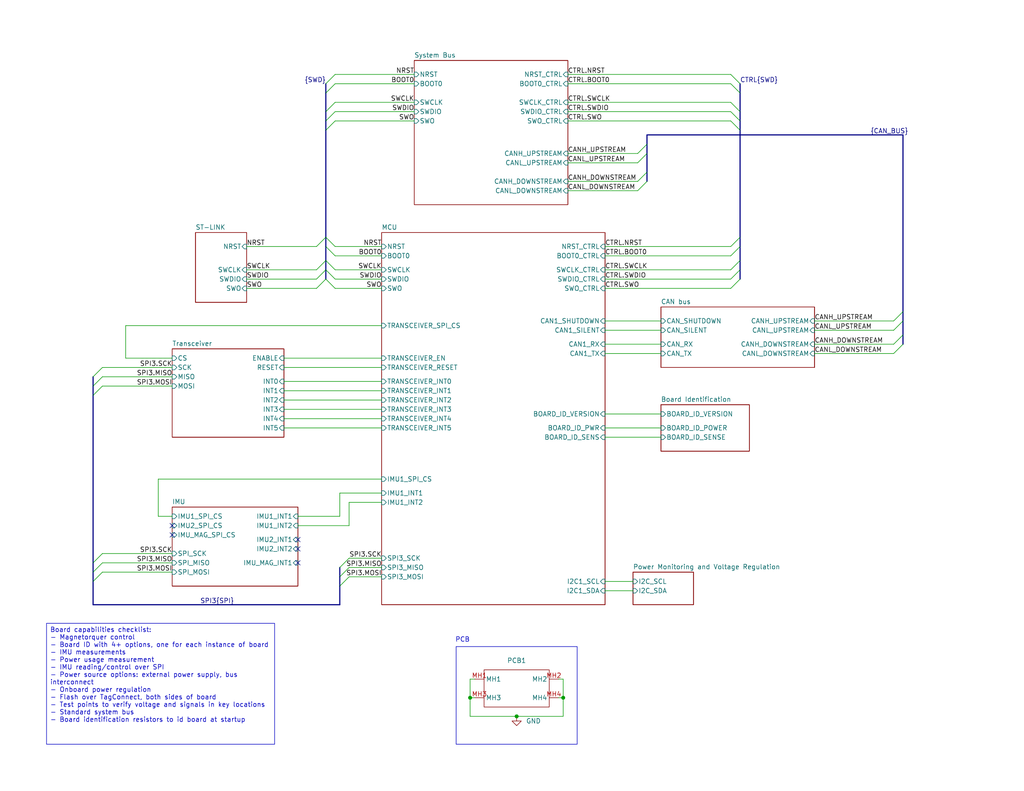
<source format=kicad_sch>
(kicad_sch (version 20231120) (generator "eeschema") (generator_version "8.0")
  (paper "USLetter")
  (title_block (title "Comms Board") (date "2025-02-12") (rev "${PCB_VERSION}") (company "TVSC"))
  (lib_symbols
    (symbol "TVSC:Four_Mounting_Hole_PCB" (in_bom no)
      (property "Reference" "PCB" (at 0 0 0))
      (symbol "Four_Mounting_Hole_PCB_0_1"
        (rectangle (start -8.89 5.08) (end 8.89 -5.08))
      )
      (symbol "Four_Mounting_Hole_PCB_1_1"
        (pin power_in line (at -11.43 2.54 0) (length 2.54) (name "MH1") (number "MH1"))
        (pin power_in line (at 11.43 2.54 180) (length 2.54) (name "MH2") (number "MH2"))
        (pin power_in line (at -11.43 -2.54 0) (length 2.54) (name "MH3") (number "MH3"))
        (pin power_in line (at 11.43 -2.54 180) (length 2.54) (name "MH4") (number "MH4"))
      )
    )
    (symbol "power:GND" (power) (pin_numbers hide) (pin_names (offset 0) hide)
      (property "Value" "GND" (at 0 -3.81 0))
      (symbol "GND_0_1"
        (polyline (pts (xy 0 0) (xy 0 -1.27) (xy 1.27 -1.27) (xy 0 -2.54) (xy -1.27 -1.27) (xy 0 -1.27)))
      )
      (symbol "GND_1_1"
        (pin power_in line (at 0 0 270) (length 0) (name "~") (number "1"))
      )
    )
  )
  (bus_alias "BOARD_ID" (members "POWER" "SENSE"))
  (bus_alias "CAN_BUS" (members "CANH_UPSTREAM" "CANL_UPSTREAM" "CANH_DOWNSTREAM" "CANL_DOWNSTREAM"))
  (bus_alias "I2C" (members "SCL" "SDA"))
  (bus_alias "SPI" (members "SCK" "MISO" "MOSI"))
  (bus_alias "SWD" (members "NRST" "BOOT0" "SWCLK" "SWDIO" "SWO"))
  (junction (at 128.27 190.5))
  (junction (at 140.97 195.58))
  (junction (at 153.67 190.5))
  (no_connect (at 81.28 149.86))
  (no_connect (at 46.99 143.51))
  (no_connect (at 46.99 146.05))
  (no_connect (at 81.28 147.32))
  (no_connect (at 81.28 153.67))
  (bus_entry (at 88.9 76.2) (size 2.54 2.54))
  (bus_entry (at 25.4 153.67) (size 2.54 -2.54))
  (bus_entry (at 176.53 41.91) (size -2.54 2.54))
  (bus_entry (at 201.93 25.4) (size -2.54 -2.54))
  (bus_entry (at 88.9 30.48) (size 2.54 -2.54))
  (bus_entry (at 25.4 156.21) (size 2.54 -2.54))
  (bus_entry (at 201.93 30.48) (size -2.54 -2.54))
  (bus_entry (at 88.9 64.77) (size -2.54 2.54))
  (bus_entry (at 201.93 33.02) (size -2.54 -2.54))
  (bus_entry (at 88.9 33.02) (size 2.54 -2.54))
  (bus_entry (at 88.9 22.86) (size 2.54 -2.54))
  (bus_entry (at 201.93 73.66) (size -2.54 2.54))
  (bus_entry (at 92.71 157.48) (size 2.54 -2.54))
  (bus_entry (at 25.4 102.87) (size 2.54 -2.54))
  (bus_entry (at 92.71 154.94) (size 2.54 -2.54))
  (bus_entry (at 246.38 85.09) (size -2.54 2.54))
  (bus_entry (at 25.4 105.41) (size 2.54 -2.54))
  (bus_entry (at 88.9 71.12) (size -2.54 2.54))
  (bus_entry (at 201.93 35.56) (size -2.54 -2.54))
  (bus_entry (at 88.9 64.77) (size 2.54 2.54))
  (bus_entry (at 88.9 71.12) (size 2.54 2.54))
  (bus_entry (at 201.93 64.77) (size -2.54 2.54))
  (bus_entry (at 92.71 160.02) (size 2.54 -2.54))
  (bus_entry (at 201.93 22.86) (size -2.54 -2.54))
  (bus_entry (at 88.9 73.66) (size 2.54 2.54))
  (bus_entry (at 176.53 49.53) (size -2.54 2.54))
  (bus_entry (at 88.9 35.56) (size 2.54 -2.54))
  (bus_entry (at 176.53 39.37) (size -2.54 2.54))
  (bus_entry (at 176.53 46.99) (size -2.54 2.54))
  (bus_entry (at 201.93 71.12) (size -2.54 2.54))
  (bus_entry (at 88.9 67.31) (size 2.54 2.54))
  (bus_entry (at 88.9 25.4) (size 2.54 -2.54))
  (bus_entry (at 201.93 76.2) (size -2.54 2.54))
  (bus_entry (at 88.9 73.66) (size -2.54 2.54))
  (bus_entry (at 201.93 67.31) (size -2.54 2.54))
  (bus_entry (at 246.38 93.98) (size -2.54 2.54))
  (bus_entry (at 25.4 158.75) (size 2.54 -2.54))
  (bus_entry (at 88.9 76.2) (size -2.54 2.54))
  (bus_entry (at 25.4 107.95) (size 2.54 -2.54))
  (bus_entry (at 246.38 87.63) (size -2.54 2.54))
  (bus_entry (at 246.38 91.44) (size -2.54 2.54))
  (wire (pts (xy 243.84 90.17) (xy 222.25 90.17)))
  (bus (pts (xy 201.93 73.66) (xy 201.93 76.2)))
  (bus (pts (xy 246.38 91.44) (xy 246.38 93.98)))
  (bus (pts (xy 176.53 39.37) (xy 176.53 36.83)))
  (wire (pts (xy 140.97 195.58) (xy 153.67 195.58)))
  (wire (pts (xy 81.28 143.51) (xy 95.25 143.51)))
  (bus (pts (xy 25.4 158.75) (xy 25.4 165.1)))
  (wire (pts (xy 128.27 195.58) (xy 140.97 195.58)))
  (wire (pts (xy 165.1 78.74) (xy 199.39 78.74)))
  (wire (pts (xy 165.1 69.85) (xy 199.39 69.85)))
  (wire (pts (xy 91.44 27.94) (xy 113.03 27.94)))
  (wire (pts (xy 222.25 96.52) (xy 243.84 96.52)))
  (bus (pts (xy 201.93 71.12) (xy 201.93 73.66)))
  (wire (pts (xy 153.67 190.5) (xy 152.4 190.5)))
  (wire (pts (xy 128.27 185.42) (xy 128.27 190.5)))
  (wire (pts (xy 154.94 49.53) (xy 173.99 49.53)))
  (bus (pts (xy 25.4 153.67) (xy 25.4 156.21)))
  (wire (pts (xy 77.47 116.84) (xy 104.14 116.84)))
  (wire (pts (xy 95.25 143.51) (xy 95.25 137.16)))
  (wire (pts (xy 165.1 90.17) (xy 180.34 90.17)))
  (wire (pts (xy 154.94 33.02) (xy 199.39 33.02)))
  (bus (pts (xy 25.4 107.95) (xy 25.4 153.67)))
  (wire (pts (xy 27.94 100.33) (xy 46.99 100.33)))
  (wire (pts (xy 165.1 96.52) (xy 180.34 96.52)))
  (bus (pts (xy 201.93 64.77) (xy 201.93 67.31)))
  (wire (pts (xy 86.36 78.74) (xy 67.31 78.74)))
  (wire (pts (xy 86.36 67.31) (xy 67.31 67.31)))
  (wire (pts (xy 180.34 113.03) (xy 165.1 113.03)))
  (wire (pts (xy 27.94 151.13) (xy 46.99 151.13)))
  (bus (pts (xy 25.4 156.21) (xy 25.4 158.75)))
  (bus (pts (xy 88.9 71.12) (xy 88.9 73.66)))
  (wire (pts (xy 154.94 27.94) (xy 199.39 27.94)))
  (bus (pts (xy 25.4 102.87) (xy 25.4 105.41)))
  (wire (pts (xy 77.47 97.79) (xy 104.14 97.79)))
  (bus (pts (xy 88.9 25.4) (xy 88.9 30.48)))
  (wire (pts (xy 128.27 190.5) (xy 129.54 190.5)))
  (wire (pts (xy 34.29 97.79) (xy 46.99 97.79)))
  (wire (pts (xy 199.39 22.86) (xy 154.94 22.86)))
  (wire (pts (xy 77.47 104.14) (xy 104.14 104.14)))
  (bus (pts (xy 176.53 49.53) (xy 176.53 46.99)))
  (wire (pts (xy 154.94 20.32) (xy 199.39 20.32)))
  (wire (pts (xy 180.34 119.38) (xy 165.1 119.38)))
  (wire (pts (xy 92.71 134.62) (xy 104.14 134.62)))
  (wire (pts (xy 91.44 20.32) (xy 113.03 20.32)))
  (wire (pts (xy 27.94 153.67) (xy 46.99 153.67)))
  (wire (pts (xy 91.44 33.02) (xy 113.03 33.02)))
  (wire (pts (xy 43.18 130.81) (xy 104.14 130.81)))
  (wire (pts (xy 128.27 185.42) (xy 129.54 185.42)))
  (bus (pts (xy 88.9 30.48) (xy 88.9 33.02)))
  (wire (pts (xy 154.94 41.91) (xy 173.99 41.91)))
  (bus (pts (xy 246.38 36.83) (xy 246.38 85.09)))
  (wire (pts (xy 180.34 116.84) (xy 165.1 116.84)))
  (wire (pts (xy 91.44 73.66) (xy 104.14 73.66)))
  (bus (pts (xy 92.71 165.1) (xy 25.4 165.1)))
  (wire (pts (xy 67.31 76.2) (xy 86.36 76.2)))
  (wire (pts (xy 165.1 158.75) (xy 172.72 158.75)))
  (wire (pts (xy 81.28 140.97) (xy 92.71 140.97)))
  (bus (pts (xy 88.9 67.31) (xy 88.9 71.12)))
  (bus (pts (xy 201.93 67.31) (xy 201.93 71.12)))
  (wire (pts (xy 165.1 73.66) (xy 199.39 73.66)))
  (bus (pts (xy 25.4 105.41) (xy 25.4 107.95)))
  (wire (pts (xy 154.94 30.48) (xy 199.39 30.48)))
  (wire (pts (xy 165.1 93.98) (xy 180.34 93.98)))
  (wire (pts (xy 77.47 111.76) (xy 104.14 111.76)))
  (bus (pts (xy 176.53 41.91) (xy 176.53 46.99)))
  (bus (pts (xy 88.9 64.77) (xy 88.9 67.31)))
  (wire (pts (xy 91.44 69.85) (xy 104.14 69.85)))
  (bus (pts (xy 92.71 165.1) (xy 92.71 160.02)))
  (bus (pts (xy 176.53 41.91) (xy 176.53 39.37)))
  (wire (pts (xy 128.27 190.5) (xy 128.27 195.58)))
  (wire (pts (xy 91.44 67.31) (xy 104.14 67.31)))
  (wire (pts (xy 222.25 93.98) (xy 243.84 93.98)))
  (wire (pts (xy 95.25 137.16) (xy 104.14 137.16)))
  (bus (pts (xy 201.93 35.56) (xy 201.93 64.77)))
  (wire (pts (xy 222.25 87.63) (xy 243.84 87.63)))
  (bus (pts (xy 88.9 73.66) (xy 88.9 76.2)))
  (wire (pts (xy 46.99 140.97) (xy 43.18 140.97)))
  (wire (pts (xy 153.67 190.5) (xy 153.67 195.58)))
  (wire (pts (xy 165.1 76.2) (xy 199.39 76.2)))
  (wire (pts (xy 34.29 88.9) (xy 34.29 97.79)))
  (bus (pts (xy 88.9 22.86) (xy 88.9 25.4)))
  (wire (pts (xy 27.94 105.41) (xy 46.99 105.41)))
  (wire (pts (xy 173.99 52.07) (xy 154.94 52.07)))
  (wire (pts (xy 95.25 152.4) (xy 104.14 152.4)))
  (wire (pts (xy 27.94 102.87) (xy 46.99 102.87)))
  (wire (pts (xy 91.44 22.86) (xy 113.03 22.86)))
  (wire (pts (xy 34.29 88.9) (xy 104.14 88.9)))
  (wire (pts (xy 95.25 154.94) (xy 104.14 154.94)))
  (bus (pts (xy 176.53 36.83) (xy 246.38 36.83)))
  (wire (pts (xy 92.71 140.97) (xy 92.71 134.62)))
  (wire (pts (xy 27.94 156.21) (xy 46.99 156.21)))
  (wire (pts (xy 77.47 106.68) (xy 104.14 106.68)))
  (wire (pts (xy 153.67 185.42) (xy 152.4 185.42)))
  (wire (pts (xy 67.31 73.66) (xy 86.36 73.66)))
  (wire (pts (xy 43.18 140.97) (xy 43.18 130.81)))
  (wire (pts (xy 91.44 78.74) (xy 104.14 78.74)))
  (wire (pts (xy 165.1 87.63) (xy 180.34 87.63)))
  (wire (pts (xy 154.94 44.45) (xy 173.99 44.45)))
  (bus (pts (xy 201.93 30.48) (xy 201.93 33.02)))
  (bus (pts (xy 92.71 157.48) (xy 92.71 160.02)))
  (bus (pts (xy 201.93 22.86) (xy 201.93 25.4)))
  (wire (pts (xy 77.47 109.22) (xy 104.14 109.22)))
  (wire (pts (xy 77.47 114.3) (xy 104.14 114.3)))
  (wire (pts (xy 91.44 76.2) (xy 104.14 76.2)))
  (wire (pts (xy 91.44 30.48) (xy 113.03 30.48)))
  (wire (pts (xy 153.67 185.42) (xy 153.67 190.5)))
  (wire (pts (xy 95.25 157.48) (xy 104.14 157.48)))
  (bus (pts (xy 88.9 33.02) (xy 88.9 35.56)))
  (bus (pts (xy 201.93 33.02) (xy 201.93 35.56)))
  (bus (pts (xy 201.93 25.4) (xy 201.93 30.48)))
  (wire (pts (xy 77.47 100.33) (xy 104.14 100.33)))
  (wire (pts (xy 165.1 67.31) (xy 199.39 67.31)))
  (bus (pts (xy 246.38 85.09) (xy 246.38 87.63)))
  (bus (pts (xy 92.71 154.94) (xy 92.71 157.48)))
  (bus (pts (xy 88.9 35.56) (xy 88.9 64.77)))
  (bus (pts (xy 246.38 87.63) (xy 246.38 91.44)))
  (wire (pts (xy 165.1 161.29) (xy 172.72 161.29)))
  (rectangle (start 124.46 176.53) (end 157.48 203.2))
  (text_box "Board capabilities checklist:\n- Magnetorquer control\n- Board ID with 4+ options, one for each instance of board\n- IMU measurements\n- Power usage measurement\n- IMU reading/control over SPI\n- Power source options: external power supply, bus interconnect\n- Onboard power regulation\n- Flash over TagConnect, both sides of board\n- Test points to verify voltage and signals in key locations\n- Standard system bus\n- Board identification resistors to id board at startup\n" (at 12.7 170.18 0) (size 62.23 33.02) (effects (font (size 1.27 1.27)) (justify left top)))
  (text "PCB" (at 124.206 175.514 0) (effects (font (size 1.27 1.27)) (justify left bottom)))
  (label "SWDIO" (at 104.14 76.2 180))
  (label "{CAN_BUS}" (at 237.49 36.83 0))
  (label "CTRL{SWD}" (at 201.93 22.86 0))
  (label "SPI3.MOSI" (at 104.14 157.48 180))
  (label "SWO" (at 67.31 78.74 0))
  (label "CTRL.SWDIO" (at 154.94 30.48 0))
  (label "SWO" (at 113.03 33.02 180))
  (label "CANL_UPSTREAM" (at 154.94 44.45 0))
  (label "SWCLK" (at 113.03 27.94 180))
  (label "SPI3{SPI}" (at 54.61 165.1 0))
  (label "NRST" (at 104.14 67.31 180))
  (label "CANH_UPSTREAM" (at 154.94 41.91 0))
  (label "CTRL.NRST" (at 154.94 20.32 0))
  (label "CTRL.SWDIO" (at 165.1 76.2 0))
  (label "{SWD}" (at 88.9 22.86 180))
  (label "CTRL.SWCLK" (at 154.94 27.94 0))
  (label "SPI3.SCK" (at 46.99 100.33 180))
  (label "SPI3.SCK" (at 104.14 152.4 180))
  (label "CANL_UPSTREAM" (at 222.25 90.17 0))
  (label "CANL_DOWNSTREAM" (at 154.94 52.07 0))
  (label "SWCLK" (at 67.31 73.66 0))
  (label "SPI3.MISO" (at 104.14 154.94 180))
  (label "BOOT0" (at 113.03 22.86 180))
  (label "SWO" (at 104.14 78.74 180))
  (label "SWCLK" (at 104.14 73.66 180))
  (label "SPI3.MOSI" (at 46.99 105.41 180))
  (label "SPI3.MISO" (at 46.99 153.67 180))
  (label "CANH_DOWNSTREAM" (at 154.94 49.53 0))
  (label "CTRL.SWCLK" (at 165.1 73.66 0))
  (label "CANH_UPSTREAM" (at 222.25 87.63 0))
  (label "SPI3.SCK" (at 46.99 151.13 180))
  (label "BOOT0" (at 104.14 69.85 180))
  (label "SPI3.MOSI" (at 46.99 156.21 180))
  (label "SPI3.MISO" (at 46.99 102.87 180))
  (label "CTRL.NRST" (at 165.1 67.31 0))
  (label "NRST" (at 113.03 20.32 180))
  (label "CTRL.BOOT0" (at 154.94 22.86 0))
  (label "NRST" (at 67.31 67.31 0))
  (label "SWDIO" (at 113.03 30.48 180))
  (label "CTRL.BOOT0" (at 165.1 69.85 0))
  (label "SWDIO" (at 67.31 76.2 0))
  (label "CANH_DOWNSTREAM" (at 222.25 93.98 0))
  (label "CTRL.SWO" (at 154.94 33.02 0))
  (label "CTRL.SWO" (at 165.1 78.74 0))
  (label "CANL_DOWNSTREAM" (at 222.25 96.52 0))
  (symbol (lib_id "power:GND") (at 140.97 195.58 0) (unit 1)
    (property "Reference" "#PWR9" (effects (hide yes)))
    (property "Value" "GND" (at 143.51 196.85 0) (effects (justify left)))
    (property "Description" "Power symbol creates a global label with name \"GND\" , ground" (effects (hide yes)))
  )
  (symbol (lib_id "TVSC:Four_Mounting_Hole_PCB") (at 140.97 187.96 0) (unit 1) (in_bom no)
    (property "Reference" "PCB1" (at 140.97 180.34 0))
    (property "Footprint" "footprints:Core_Board_Shape_Space_Invader_2" (effects (hide yes)))
    (property "Active" "Y" (effects (hide yes)))
    (property "MPN" "NA" (effects (hide yes)))
  )
  (sheet (at 46.99 95.25) (size 30.48 24.13) (stroke (width 0.1524))
    (property "Sheetname" "Transceiver" (at 46.99 94.5384 0) (effects (justify left bottom)))
    (property "Sheetfile" "transceiver.kicad_sch" (effects (hide yes)))
    (pin "ENABLE" input (at 77.47 97.79 0))
    (pin "RESET" input (at 77.47 100.33 0))
    (pin "MISO" input (at 46.99 102.87 180))
    (pin "CS" input (at 46.99 97.79 180))
    (pin "MOSI" input (at 46.99 105.41 180))
    (pin "SCK" input (at 46.99 100.33 180))
    (pin "INT0" input (at 77.47 104.14 0))
    (pin "INT2" input (at 77.47 109.22 0))
    (pin "INT4" input (at 77.47 114.3 0))
    (pin "INT5" input (at 77.47 116.84 0))
    (pin "INT1" input (at 77.47 106.68 0))
    (pin "INT3" input (at 77.47 111.76 0))
  )
  (sheet (at 113.03 16.51) (size 41.91 39.37) (stroke (width 0.1524))
    (property "Sheetname" "System Bus" (at 113.03 15.7984 0) (effects (justify left bottom)))
    (property "Sheetfile" "system_bus.kicad_sch" (effects (hide yes)))
    (pin "CANL_DOWNSTREAM" input (at 154.94 52.07 0))
    (pin "NRST_CTRL" input (at 154.94 20.32 0))
    (pin "CANH_DOWNSTREAM" input (at 154.94 49.53 0))
    (pin "SWO" input (at 113.03 33.02 180))
    (pin "NRST" input (at 113.03 20.32 180))
    (pin "SWCLK" input (at 113.03 27.94 180))
    (pin "SWDIO" input (at 113.03 30.48 180))
    (pin "BOOT0" input (at 113.03 22.86 180))
    (pin "CANH_UPSTREAM" input (at 154.94 41.91 0))
    (pin "CANL_UPSTREAM" input (at 154.94 44.45 0))
    (pin "SWCLK_CTRL" input (at 154.94 27.94 0))
    (pin "SWO_CTRL" input (at 154.94 33.02 0))
    (pin "SWDIO_CTRL" input (at 154.94 30.48 0))
    (pin "BOOT0_CTRL" input (at 154.94 22.86 0))
  )
  (sheet (at 172.72 156.21) (size 16.51 8.89) (stroke (width 0.1524))
    (property "Sheetname" "Power Monitoring and Voltage Regulation" (at 172.72 155.4984 0) (effects (justify left bottom)))
    (property "Sheetfile" "power.kicad_sch" (effects (hide yes)))
    (pin "I2C_SCL" input (at 172.72 158.75 180))
    (pin "I2C_SDA" input (at 172.72 161.29 180))
  )
  (sheet (at 104.14 63.5) (size 60.96 101.6) (stroke (width 0.1524))
    (property "Sheetname" "MCU" (at 104.14 62.7884 0) (effects (justify left bottom)))
    (property "Sheetfile" "mcu.kicad_sch" (effects (hide yes)))
    (pin "CAN1_SHUTDOWN" input (at 165.1 87.63 0))
    (pin "CAN1_SILENT" input (at 165.1 90.17 0))
    (pin "CAN1_RX" input (at 165.1 93.98 0))
    (pin "CAN1_TX" input (at 165.1 96.52 0))
    (pin "BOOT0" input (at 104.14 69.85 180))
    (pin "NRST" input (at 104.14 67.31 180))
    (pin "TRANSCEIVER_INT0" input (at 104.14 104.14 180))
    (pin "TRANSCEIVER_INT1" input (at 104.14 106.68 180))
    (pin "TRANSCEIVER_SPI_CS" input (at 104.14 88.9 180))
    (pin "TRANSCEIVER_INT3" input (at 104.14 111.76 180))
    (pin "TRANSCEIVER_INT2" input (at 104.14 109.22 180))
    (pin "TRANSCEIVER_INT4" input (at 104.14 114.3 180))
    (pin "SWDIO" input (at 104.14 76.2 180))
    (pin "SWCLK" input (at 104.14 73.66 180))
    (pin "SWO" input (at 104.14 78.74 180))
    (pin "BOOT0_CTRL" input (at 165.1 69.85 0))
    (pin "SWCLK_CTRL" input (at 165.1 73.66 0))
    (pin "SWO_CTRL" input (at 165.1 78.74 0))
    (pin "NRST_CTRL" input (at 165.1 67.31 0))
    (pin "SWDIO_CTRL" input (at 165.1 76.2 0))
    (pin "I2C1_SCL" input (at 165.1 158.75 0))
    (pin "I2C1_SDA" input (at 165.1 161.29 0))
    (pin "SPI3_SCK" input (at 104.14 152.4 180))
    (pin "SPI3_MISO" input (at 104.14 154.94 180))
    (pin "SPI3_MOSI" input (at 104.14 157.48 180))
    (pin "TRANSCEIVER_INT5" input (at 104.14 116.84 180))
    (pin "TRANSCEIVER_EN" input (at 104.14 97.79 180))
    (pin "TRANSCEIVER_RESET" input (at 104.14 100.33 180))
    (pin "BOARD_ID_SENS" input (at 165.1 119.38 0))
    (pin "BOARD_ID_PWR" input (at 165.1 116.84 0))
    (pin "BOARD_ID_VERSION" input (at 165.1 113.03 0))
    (pin "IMU1_SPI_CS" input (at 104.14 130.81 180))
    (pin "IMU1_INT2" input (at 104.14 137.16 180))
    (pin "IMU1_INT1" input (at 104.14 134.62 180))
  )
  (sheet (at 180.34 83.82) (size 41.91 16.51) (stroke (width 0.1524))
    (property "Sheetname" "CAN bus" (at 180.34 83.1084 0) (effects (justify left bottom)))
    (property "Sheetfile" "can_bus.kicad_sch" (effects (hide yes)))
    (pin "CAN_RX" input (at 180.34 93.98 180))
    (pin "CANL_DOWNSTREAM" input (at 222.25 96.52 0))
    (pin "CANH_DOWNSTREAM" input (at 222.25 93.98 0))
    (pin "CAN_TX" input (at 180.34 96.52 180))
    (pin "CANL_UPSTREAM" input (at 222.25 90.17 0))
    (pin "CANH_UPSTREAM" input (at 222.25 87.63 0))
    (pin "CAN_SILENT" input (at 180.34 90.17 180))
    (pin "CAN_SHUTDOWN" input (at 180.34 87.63 180))
  )
  (sheet (at 180.34 110.49) (size 24.13 12.7) (stroke (width 0.1524))
    (property "Sheetname" "Board Identification" (at 180.34 109.7784 0) (effects (justify left bottom)))
    (property "Sheetfile" "board_id.kicad_sch" (effects (hide yes)))
    (pin "BOARD_ID_POWER" input (at 180.34 116.84 180))
    (pin "BOARD_ID_SENSE" input (at 180.34 119.38 180))
    (pin "BOARD_ID_VERSION" input (at 180.34 113.03 180))
  )
  (sheet (at 46.99 138.43) (size 34.29 21.59) (stroke (width 0.1524))
    (property "Sheetname" "IMU" (at 46.99 137.7184 0) (effects (justify left bottom)))
    (property "Sheetfile" "imu.kicad_sch" (effects (hide yes)))
    (pin "IMU2_INT1" input (at 81.28 147.32 0))
    (pin "IMU1_INT2" input (at 81.28 143.51 0))
    (pin "IMU1_INT1" input (at 81.28 140.97 0))
    (pin "IMU2_INT2" input (at 81.28 149.86 0))
    (pin "IMU_MAG_INT1" input (at 81.28 153.67 0))
    (pin "IMU1_SPI_CS" input (at 46.99 140.97 180))
    (pin "IMU_MAG_SPI_CS" input (at 46.99 146.05 180))
    (pin "IMU2_SPI_CS" input (at 46.99 143.51 180))
    (pin "SPI_MISO" input (at 46.99 153.67 180))
    (pin "SPI_SCK" input (at 46.99 151.13 180))
    (pin "SPI_MOSI" input (at 46.99 156.21 180))
  )
  (sheet (at 53.34 63.5) (size 13.97 19.05) (stroke (width 0.1524))
    (property "Sheetname" "ST-LINK" (at 53.34 62.7884 0) (effects (justify left bottom)))
    (property "Sheetfile" "stlink.kicad_sch" (effects (hide yes)))
    (pin "NRST" input (at 67.31 67.31 0))
    (pin "SWDIO" input (at 67.31 76.2 0))
    (pin "SWCLK" input (at 67.31 73.66 0))
    (pin "SWO" input (at 67.31 78.74 0))
  )
)
</source>
